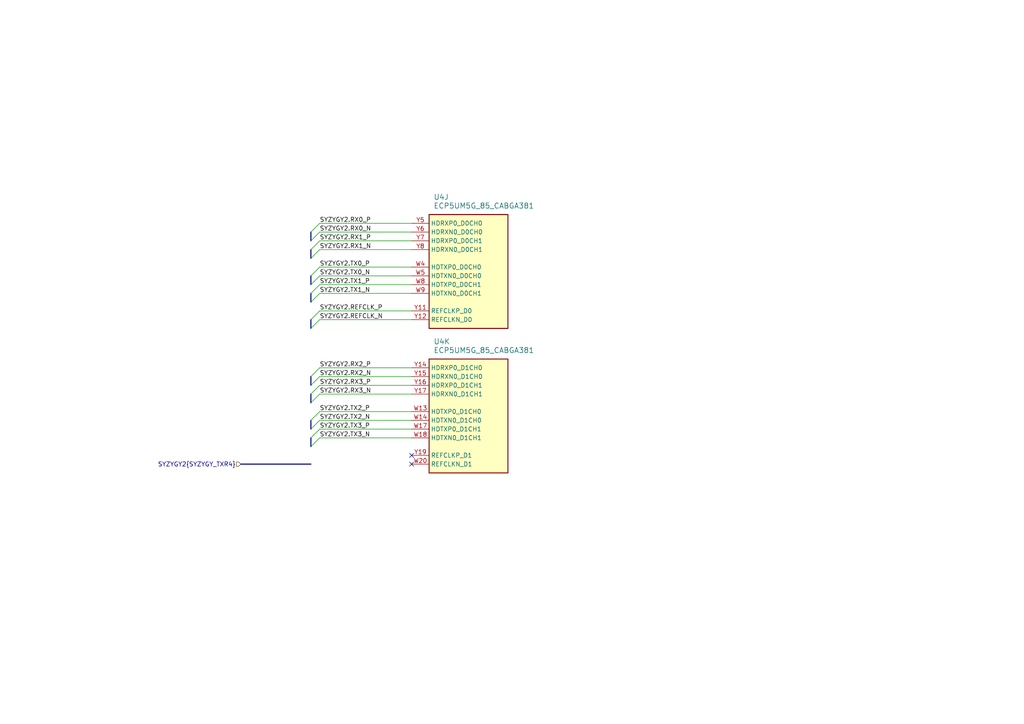
<source format=kicad_sch>
(kicad_sch (version 20200618) (host eeschema "5.99.0-unknown-73168a9~101~ubuntu18.04.1")
  (page 1 18)
  (paper "A4")
  (title_block (title "ButterStick") (date "2020-07-17") (rev "r1.0") (company "GsD") (comment 1 "Functional prototyping board for the Lattice ECP5."))
  (lib_symbols
    (symbol "gkl_lattice:ECP5UM5G_85_CABGA381"
      (property "Reference" "U" (at 3.81 6.35 0))
      (property "Value" "ECP5UM5G_85_CABGA381" (at 3.81 3.81 0))
      (symbol "ECP5UM5G_85_CABGA381_1_1"
        (rectangle (start 5.08 16.51) (end 43.18 -11.43) (stroke (width 0.3048)) (fill (type background)))
        (pin power_in line (at 40.64 -16.51 90) (length 5.08) (name "GND[85]") (number "B14"))
        (pin power_in line (at 40.64 -16.51 90) (length 5.08) (name "GND[85]") (number "B7"))
        (pin power_in line (at 40.64 -16.51 90) (length 5.08) (name "GND[85]") (number "C19"))
        (pin power_in line (at 40.64 -16.51 90) (length 5.08) (name "GND[85]") (number "D4"))
        (pin power_in line (at 40.64 -16.51 90) (length 5.08) (name "GND[85]") (number "F13"))
        (pin power_in line (at 40.64 -16.51 90) (length 5.08) (name "GND[85]") (number "F14"))
        (pin power_in line (at 17.78 21.59 270) (length 5.08) (name "VCCAUX[4]") (number "F15"))
        (pin power_in line (at 17.78 21.59 270) (length 5.08) (name "VCCAUX[4]") (number "F6"))
        (pin power_in line (at 40.64 -16.51 90) (length 5.08) (name "GND[85]") (number "F7"))
        (pin power_in line (at 40.64 -16.51 90) (length 5.08) (name "GND[85]") (number "F8"))
        (pin power_in line (at 40.64 -16.51 90) (length 5.08) (name "GND[85]") (number "G10"))
        (pin power_in line (at 40.64 -16.51 90) (length 5.08) (name "GND[85]") (number "G11"))
        (pin power_in line (at 40.64 -16.51 90) (length 5.08) (name "GND[85]") (number "G12"))
        (pin power_in line (at 40.64 -16.51 90) (length 5.08) (name "GND[85]") (number "G13"))
        (pin power_in line (at 40.64 -16.51 90) (length 5.08) (name "GND[85]") (number "G14"))
        (pin power_in line (at 40.64 -16.51 90) (length 5.08) (name "GND[85]") (number "G15"))
        (pin power_in line (at 40.64 -16.51 90) (length 5.08) (name "GND[85]") (number "G17"))
        (pin power_in line (at 40.64 -16.51 90) (length 5.08) (name "GND[85]") (number "G4"))
        (pin power_in line (at 40.64 -16.51 90) (length 5.08) (name "GND[85]") (number "G6"))
        (pin power_in line (at 40.64 -16.51 90) (length 5.08) (name "GND[85]") (number "G7"))
        (pin power_in line (at 40.64 -16.51 90) (length 5.08) (name "GND[85]") (number "G8"))
        (pin power_in line (at 40.64 -16.51 90) (length 5.08) (name "GND[85]") (number "G9"))
        (pin power_in line (at 40.64 21.59 270) (length 5.08) (name "VCC[20]") (number "H10"))
        (pin power_in line (at 40.64 21.59 270) (length 5.08) (name "VCC[20]") (number "H11"))
        (pin power_in line (at 40.64 21.59 270) (length 5.08) (name "VCC[20]") (number "H12"))
        (pin power_in line (at 40.64 21.59 270) (length 5.08) (name "VCC[20]") (number "H13"))
        (pin power_in line (at 40.64 -16.51 90) (length 5.08) (name "GND[85]") (number "H19"))
        (pin power_in line (at 40.64 21.59 270) (length 5.08) (name "VCC[20]") (number "H8"))
        (pin power_in line (at 40.64 21.59 270) (length 5.08) (name "VCC[20]") (number "H9"))
        (pin power_in line (at 40.64 -16.51 90) (length 5.08) (name "GND[85]") (number "J10"))
        (pin power_in line (at 40.64 -16.51 90) (length 5.08) (name "GND[85]") (number "J11"))
        (pin power_in line (at 40.64 -16.51 90) (length 5.08) (name "GND[85]") (number "J12"))
        (pin power_in line (at 40.64 21.59 270) (length 5.08) (name "VCC[20]") (number "J13"))
        (pin power_in line (at 40.64 -16.51 90) (length 5.08) (name "GND[85]") (number "J14"))
        (pin power_in line (at 40.64 -16.51 90) (length 5.08) (name "GND[85]") (number "J2"))
        (pin power_in line (at 40.64 -16.51 90) (length 5.08) (name "GND[85]") (number "J7"))
        (pin power_in line (at 40.64 21.59 270) (length 5.08) (name "VCC[20]") (number "J8"))
        (pin power_in line (at 40.64 -16.51 90) (length 5.08) (name "GND[85]") (number "J9"))
        (pin power_in line (at 40.64 -16.51 90) (length 5.08) (name "GND[85]") (number "K10"))
        (pin power_in line (at 40.64 -16.51 90) (length 5.08) (name "GND[85]") (number "K11"))
        (pin power_in line (at 40.64 -16.51 90) (length 5.08) (name "GND[85]") (number "K12"))
        (pin power_in line (at 40.64 21.59 270) (length 5.08) (name "VCC[20]") (number "K13"))
        (pin power_in line (at 40.64 -16.51 90) (length 5.08) (name "GND[85]") (number "K14"))
        (pin power_in line (at 40.64 -16.51 90) (length 5.08) (name "GND[85]") (number "K15"))
        (pin power_in line (at 40.64 -16.51 90) (length 5.08) (name "GND[85]") (number "K6"))
        (pin power_in line (at 40.64 -16.51 90) (length 5.08) (name "GND[85]") (number "K7"))
        (pin power_in line (at 40.64 21.59 270) (length 5.08) (name "VCC[20]") (number "K8"))
        (pin power_in line (at 40.64 -16.51 90) (length 5.08) (name "GND[85]") (number "K9"))
        (pin power_in line (at 40.64 -16.51 90) (length 5.08) (name "GND[85]") (number "L10"))
        (pin power_in line (at 40.64 -16.51 90) (length 5.08) (name "GND[85]") (number "L11"))
        (pin power_in line (at 40.64 -16.51 90) (length 5.08) (name "GND[85]") (number "L12"))
        (pin power_in line (at 40.64 21.59 270) (length 5.08) (name "VCC[20]") (number "L13"))
        (pin power_in line (at 40.64 21.59 270) (length 5.08) (name "VCC[20]") (number "L8"))
        (pin power_in line (at 40.64 -16.51 90) (length 5.08) (name "GND[85]") (number "L9"))
        (pin power_in line (at 40.64 -16.51 90) (length 5.08) (name "GND[85]") (number "M10"))
        (pin power_in line (at 40.64 -16.51 90) (length 5.08) (name "GND[85]") (number "M11"))
        (pin power_in line (at 40.64 -16.51 90) (length 5.08) (name "GND[85]") (number "M12"))
        (pin power_in line (at 40.64 21.59 270) (length 5.08) (name "VCC[20]") (number "M13"))
        (pin power_in line (at 40.64 -16.51 90) (length 5.08) (name "GND[85]") (number "M14"))
        (pin power_in line (at 40.64 -16.51 90) (length 5.08) (name "GND[85]") (number "M16"))
        (pin power_in line (at 40.64 -16.51 90) (length 5.08) (name "GND[85]") (number "M2"))
        (pin power_in line (at 40.64 -16.51 90) (length 5.08) (name "GND[85]") (number "M7"))
        (pin power_in line (at 40.64 21.59 270) (length 5.08) (name "VCC[20]") (number "M8"))
        (pin power_in line (at 40.64 -16.51 90) (length 5.08) (name "GND[85]") (number "M9"))
        (pin power_in line (at 40.64 21.59 270) (length 5.08) (name "VCC[20]") (number "N10"))
        (pin power_in line (at 40.64 21.59 270) (length 5.08) (name "VCC[20]") (number "N11"))
        (pin power_in line (at 40.64 21.59 270) (length 5.08) (name "VCC[20]") (number "N12"))
        (pin power_in line (at 40.64 21.59 270) (length 5.08) (name "VCC[20]") (number "N13"))
        (pin power_in line (at 40.64 -16.51 90) (length 5.08) (name "GND[85]") (number "N14"))
        (pin power_in line (at 40.64 -16.51 90) (length 5.08) (name "GND[85]") (number "N15"))
        (pin power_in line (at 40.64 -16.51 90) (length 5.08) (name "GND[85]") (number "N6"))
        (pin power_in line (at 40.64 -16.51 90) (length 5.08) (name "GND[85]") (number "N7"))
        (pin power_in line (at 40.64 21.59 270) (length 5.08) (name "VCC[20]") (number "N8"))
        (pin power_in line (at 40.64 21.59 270) (length 5.08) (name "VCC[20]") (number "N9"))
        (pin power_in line (at 40.64 -16.51 90) (length 5.08) (name "GND[85]") (number "P11"))
        (pin power_in line (at 40.64 -16.51 90) (length 5.08) (name "GND[85]") (number "P12"))
        (pin power_in line (at 40.64 -16.51 90) (length 5.08) (name "GND[85]") (number "P13"))
        (pin power_in line (at 40.64 -16.51 90) (length 5.08) (name "GND[85]") (number "P14"))
        (pin power_in line (at 17.78 21.59 270) (length 5.08) (name "VCCAUX[4]") (number "P15"))
        (pin power_in line (at 17.78 21.59 270) (length 5.08) (name "VCCAUX[4]") (number "P6"))
        (pin power_in line (at 40.64 -16.51 90) (length 5.08) (name "GND[85]") (number "P7"))
        (pin power_in line (at 40.64 -16.51 90) (length 5.08) (name "GND[85]") (number "P8"))
        (pin power_in line (at 40.64 -16.51 90) (length 5.08) (name "GND[85]") (number "R19"))
        (pin power_in line (at 35.56 21.59 270) (length 5.08) (name "VCCHTX1_D0CH1") (number "T10"))
        (pin power_in line (at 33.02 21.59 270) (length 5.08) (name "VCCHTX0_D1CH0") (number "T11"))
        (pin power_in line (at 22.86 21.59 270) (length 5.08) (name "VCCHRX0_D1CH0") (number "T12"))
        (pin power_in line (at 27.94 21.59 270) (length 5.08) (name "VCCHRX1_D1CH1") (number "T13"))
        (pin power_in line (at 38.1 21.59 270) (length 5.08) (name "VCCHTX1_D1CH1") (number "T14"))
        (pin power_in line (at 10.16 21.59 270) (length 5.08) (name "VCCA1[2]") (number "T15"))
        (pin power_in line (at 7.62 21.59 270) (length 5.08) (name "VCCA0[2]") (number "T6"))
        (pin power_in line (at 30.48 21.59 270) (length 5.08) (name "VCCHTX0_D0CH0") (number "T7"))
        (pin power_in line (at 20.32 21.59 270) (length 5.08) (name "VCCHRX0_D0CH0") (number "T8"))
        (pin power_in line (at 25.4 21.59 270) (length 5.08) (name "VCCHRX1_D0CH1") (number "T9"))
        (pin power_in line (at 40.64 -16.51 90) (length 5.08) (name "GND[85]") (number "U10"))
        (pin power_in line (at 40.64 -16.51 90) (length 5.08) (name "GND[85]") (number "U11"))
        (pin power_in line (at 40.64 -16.51 90) (length 5.08) (name "GND[85]") (number "U12"))
        (pin power_in line (at 40.64 -16.51 90) (length 5.08) (name "GND[85]") (number "U13"))
        (pin power_in line (at 40.64 -16.51 90) (length 5.08) (name "GND[85]") (number "U14"))
        (pin power_in line (at 10.16 21.59 270) (length 5.08) (name "VCCA1[2]") (number "U15"))
        (pin power_in line (at 7.62 21.59 270) (length 5.08) (name "VCCA0[2]") (number "U6"))
        (pin power_in line (at 40.64 -16.51 90) (length 5.08) (name "GND[85]") (number "U7"))
        (pin power_in line (at 40.64 -16.51 90) (length 5.08) (name "GND[85]") (number "U8"))
        (pin power_in line (at 40.64 -16.51 90) (length 5.08) (name "GND[85]") (number "U9"))
        (pin power_in line (at 12.7 21.59 270) (length 5.08) (name "VCCAUXA0[2]") (number "V10"))
        (pin power_in line (at 12.7 21.59 270) (length 5.08) (name "VCCAUXA0[2]") (number "V11"))
        (pin power_in line (at 40.64 -16.51 90) (length 5.08) (name "GND[85]") (number "V12"))
        (pin power_in line (at 40.64 -16.51 90) (length 5.08) (name "GND[85]") (number "V13"))
        (pin power_in line (at 40.64 -16.51 90) (length 5.08) (name "GND[85]") (number "V14"))
        (pin power_in line (at 40.64 -16.51 90) (length 5.08) (name "GND[85]") (number "V15"))
        (pin power_in line (at 40.64 -16.51 90) (length 5.08) (name "GND[85]") (number "V16"))
        (pin power_in line (at 15.24 21.59 270) (length 5.08) (name "VCCAUXA1[2]") (number "V17"))
        (pin power_in line (at 15.24 21.59 270) (length 5.08) (name "VCCAUXA1[2]") (number "V18"))
        (pin power_in line (at 40.64 -16.51 90) (length 5.08) (name "GND[85]") (number "V19"))
        (pin power_in line (at 40.64 -16.51 90) (length 5.08) (name "GND[85]") (number "V20"))
        (pin power_in line (at 40.64 -16.51 90) (length 5.08) (name "GND[85]") (number "V5"))
        (pin power_in line (at 40.64 -16.51 90) (length 5.08) (name "GND[85]") (number "V6"))
        (pin power_in line (at 40.64 -16.51 90) (length 5.08) (name "GND[85]") (number "V7"))
        (pin power_in line (at 40.64 -16.51 90) (length 5.08) (name "GND[85]") (number "V8"))
        (pin power_in line (at 40.64 -16.51 90) (length 5.08) (name "GND[85]") (number "V9"))
        (pin bidirectional line (at 0 0 0) (length 5.08) (name "RESERVED") (number "W10"))
        (pin bidirectional line (at 0 -2.54 0) (length 5.08) (name "RESERVED") (number "W11"))
        (pin power_in line (at 40.64 -16.51 90) (length 5.08) (name "GND[85]") (number "W12"))
        (pin power_in line (at 40.64 -16.51 90) (length 5.08) (name "GND[85]") (number "W15"))
        (pin power_in line (at 40.64 -16.51 90) (length 5.08) (name "GND[85]") (number "W16"))
        (pin power_in line (at 40.64 -16.51 90) (length 5.08) (name "GND[85]") (number "W19"))
        (pin power_in line (at 40.64 -16.51 90) (length 5.08) (name "GND[85]") (number "W6"))
        (pin power_in line (at 40.64 -16.51 90) (length 5.08) (name "GND[85]") (number "W7"))
      )
      (symbol "ECP5UM5G_85_CABGA381_2_1"
        (rectangle (start 5.08 2.54) (end 40.64 -68.58) (stroke (width 0.3048)) (fill (type background)))
        (pin bidirectional line (at 0 -58.42 0) (length 5.08) (name "PT63A/PCLKT0_1") (number "A10"))
        (pin bidirectional line (at 0 -60.96 0) (length 5.08) (name "PT63B/PCLKC0_1") (number "A11"))
        (pin bidirectional line (at 0 0 0) (length 5.08) (name "PT4A/ULC_GPLL1T_IN") (number "A6"))
        (pin bidirectional line (at 0 -30.48 0) (length 5.08) (name "PT18A") (number "A7"))
        (pin bidirectional line (at 0 -33.02 0) (length 5.08) (name "PT18B") (number "A8"))
        (pin bidirectional line (at 0 -53.34 0) (length 5.08) (name "PT60A/GR_PCLK0_1") (number "A9"))
        (pin bidirectional line (at 0 -55.88 0) (length 5.08) (name "PT60B/GR_PCLK0_0") (number "B10"))
        (pin bidirectional line (at 0 -63.5 0) (length 5.08) (name "PT65A/PCLKT0_0") (number "B11"))
        (pin bidirectional line (at 0 -2.54 0) (length 5.08) (name "PT4B/ULC_GPLL1C_IN") (number "B6"))
        (pin bidirectional line (at 0 -27.94 0) (length 5.08) (name "PT15B") (number "B8"))
        (pin bidirectional line (at 0 -48.26 0) (length 5.08) (name "PT58A") (number "B9"))
        (pin bidirectional line (at 0 -50.8 0) (length 5.08) (name "PT58B") (number "C10"))
        (pin bidirectional line (at 0 -66.04 0) (length 5.08) (name "PT65B/PCLKC0_0") (number "C11"))
        (pin bidirectional line (at 0 -15.24 0) (length 5.08) (name "PT11A") (number "C6"))
        (pin bidirectional line (at 0 -17.78 0) (length 5.08) (name "PT11B") (number "C7"))
        (pin bidirectional line (at 0 -25.4 0) (length 5.08) (name "PT15A") (number "C8"))
        (pin bidirectional line (at 0 -40.64 0) (length 5.08) (name "PT54A") (number "C9"))
        (pin bidirectional line (at 0 -43.18 0) (length 5.08) (name "PT56A") (number "D10"))
        (pin bidirectional line (at 0 -7.62 0) (length 5.08) (name "PT6B") (number "D6"))
        (pin bidirectional line (at 0 -12.7 0) (length 5.08) (name "PT9B") (number "D7"))
        (pin bidirectional line (at 0 -22.86 0) (length 5.08) (name "PT13B") (number "D8"))
        (pin bidirectional line (at 0 -35.56 0) (length 5.08) (name "PT20A") (number "D9"))
        (pin bidirectional line (at 0 -45.72 0) (length 5.08) (name "PT56B") (number "E10"))
        (pin bidirectional line (at 0 -5.08 0) (length 5.08) (name "PT6A") (number "E6"))
        (pin bidirectional line (at 0 -10.16 0) (length 5.08) (name "PT9A") (number "E7"))
        (pin bidirectional line (at 0 -20.32 0) (length 5.08) (name "PT13A") (number "E8"))
        (pin bidirectional line (at 0 -38.1 0) (length 5.08) (name "PT20B") (number "E9"))
        (pin power_in line (at 38.1 7.62 270) (length 5.08) (name "VCCIO0[2]") (number "F10"))
        (pin power_in line (at 38.1 7.62 270) (length 5.08) (name "VCCIO0[2]") (number "F9"))
      )
      (symbol "ECP5UM5G_85_CABGA381_3_1"
        (rectangle (start 5.08 2.54) (end 40.64 -83.82) (stroke (width 0.3048)) (fill (type background)))
        (pin bidirectional line (at 0 -15.24 0) (length 5.08) (name "PT76A") (number "A12"))
        (pin bidirectional line (at 0 -17.78 0) (length 5.08) (name "PT76B") (number "A13"))
        (pin bidirectional line (at 0 -30.48 0) (length 5.08) (name "PT83A") (number "A14"))
        (pin bidirectional line (at 0 -40.64 0) (length 5.08) (name "PT103A") (number "A15"))
        (pin bidirectional line (at 0 -53.34 0) (length 5.08) (name "PT110A") (number "A16"))
        (pin bidirectional line (at 0 -68.58 0) (length 5.08) (name "PT116A") (number "A17"))
        (pin bidirectional line (at 0 -73.66 0) (length 5.08) (name "PT119A") (number "A18"))
        (pin bidirectional line (at 0 -78.74 0) (length 5.08) (name "PT121A/URC_GPLL1T_IN") (number "A19"))
        (pin bidirectional line (at 0 -5.08 0) (length 5.08) (name "PT71A/PCLKT1_0") (number "B12"))
        (pin bidirectional line (at 0 -20.32 0) (length 5.08) (name "PT78A") (number "B13"))
        (pin bidirectional line (at 0 -43.18 0) (length 5.08) (name "PT105A") (number "B15"))
        (pin bidirectional line (at 0 -55.88 0) (length 5.08) (name "PT110B") (number "B16"))
        (pin bidirectional line (at 0 -63.5 0) (length 5.08) (name "PT114A") (number "B17"))
        (pin bidirectional line (at 0 -71.12 0) (length 5.08) (name "PT116B") (number "B18"))
        (pin bidirectional line (at 0 -76.2 0) (length 5.08) (name "PT119B") (number "B19"))
        (pin bidirectional line (at 0 -81.28 0) (length 5.08) (name "PT121B/URC_GPLL1C_IN") (number "B20"))
        (pin bidirectional line (at 0 -7.62 0) (length 5.08) (name "PT71B/PCLKC1_0") (number "C12"))
        (pin bidirectional line (at 0 -22.86 0) (length 5.08) (name "PT78B") (number "C13"))
        (pin bidirectional line (at 0 -33.02 0) (length 5.08) (name "PT83B") (number "C14"))
        (pin bidirectional line (at 0 -45.72 0) (length 5.08) (name "PT105B") (number "C15"))
        (pin bidirectional line (at 0 -58.42 0) (length 5.08) (name "PT112A") (number "C16"))
        (pin bidirectional line (at 0 -66.04 0) (length 5.08) (name "PT114B") (number "C17"))
        (pin bidirectional line (at 0 0 0) (length 5.08) (name "PT69A/PCLKT1_1") (number "D11"))
        (pin bidirectional line (at 0 -10.16 0) (length 5.08) (name "PT74A/GR_PCLK1_0") (number "D12"))
        (pin bidirectional line (at 0 -25.4 0) (length 5.08) (name "PT80A") (number "D13"))
        (pin bidirectional line (at 0 -35.56 0) (length 5.08) (name "PT85A") (number "D14"))
        (pin bidirectional line (at 0 -48.26 0) (length 5.08) (name "PT107A") (number "D15"))
        (pin bidirectional line (at 0 -60.96 0) (length 5.08) (name "PT112B") (number "D16"))
        (pin bidirectional line (at 0 -2.54 0) (length 5.08) (name "PT69B/PCLKC1_1") (number "E11"))
        (pin bidirectional line (at 0 -12.7 0) (length 5.08) (name "PT74B/GR_PCLK1_1") (number "E12"))
        (pin bidirectional line (at 0 -27.94 0) (length 5.08) (name "PT80B") (number "E13"))
        (pin bidirectional line (at 0 -38.1 0) (length 5.08) (name "PT85B") (number "E14"))
        (pin bidirectional line (at 0 -50.8 0) (length 5.08) (name "PT107B") (number "E15"))
        (pin power_in line (at 38.1 7.62 270) (length 5.08) (name "VCCIO1[2]") (number "F11"))
        (pin power_in line (at 38.1 7.62 270) (length 5.08) (name "VCCIO1[2]") (number "F12"))
      )
      (symbol "ECP5UM5G_85_CABGA381_4_1"
        (rectangle (start 5.08 2.54) (end 40.64 -86.36) (stroke (width 0.3048)) (fill (type background)))
        (pin bidirectional line (at 0 0 0) (length 5.08) (name "PR11A/URC_GPLL0T_IN/RDQ17") (number "C18"))
        (pin bidirectional line (at 0 -45.72 0) (length 5.08) (name "PR35A/RDQ41") (number "C20"))
        (pin bidirectional line (at 0 -2.54 0) (length 5.08) (name "PR11B/URC_GPLL0C_IN/RDQ17") (number "D17"))
        (pin bidirectional line (at 0 -10.16 0) (length 5.08) (name "PR14A/RDQ17") (number "D18"))
        (pin bidirectional line (at 0 -48.26 0) (length 5.08) (name "PR35B/RDQ41") (number "D19"))
        (pin bidirectional line (at 0 -50.8 0) (length 5.08) (name "PR35C/VREF1_2/RDQ41") (number "D20"))
        (pin bidirectional line (at 0 -5.08 0) (length 5.08) (name "PR11C/RDQ17") (number "E16"))
        (pin bidirectional line (at 0 -12.7 0) (length 5.08) (name "PR14B/RDQ17") (number "E17"))
        (pin bidirectional line (at 0 -15.24 0) (length 5.08) (name "PR14C/RDQ17") (number "E18"))
        (pin bidirectional line (at 0 -53.34 0) (length 5.08) (name "PR35D/RDQ41") (number "E19"))
        (pin bidirectional line (at 0 -55.88 0) (length 5.08) (name "PR38A/RDQ41") (number "E20"))
        (pin bidirectional line (at 0 -7.62 0) (length 5.08) (name "PR11D/RDQ17") (number "F16"))
        (pin bidirectional line (at 0 -20.32 0) (length 5.08) (name "PR17A/RDQS17") (number "F17"))
        (pin bidirectional line (at 0 -17.78 0) (length 5.08) (name "PR14D/RDQ17") (number "F18"))
        (pin bidirectional line (at 0 -58.42 0) (length 5.08) (name "PR38B/RDQ41") (number "F19"))
        (pin bidirectional line (at 0 -60.96 0) (length 5.08) (name "PR38C/RDQ41") (number "F20"))
        (pin bidirectional line (at 0 -25.4 0) (length 5.08) (name "PR17C/RDQ17") (number "G16"))
        (pin bidirectional line (at 0 -22.86 0) (length 5.08) (name "PR17B/RDQSN17") (number "G18"))
        (pin bidirectional line (at 0 -66.04 0) (length 5.08) (name "PR41A/GR_PCLK2_1/RDQS41") (number "G19"))
        (pin bidirectional line (at 0 -63.5 0) (length 5.08) (name "PR38D/RDQ41") (number "G20"))
        (pin power_in line (at 38.1 7.62 270) (length 5.08) (name "VCCIO2[3]") (number "H14"))
        (pin power_in line (at 38.1 7.62 270) (length 5.08) (name "VCCIO2[3]") (number "H15"))
        (pin bidirectional line (at 0 -27.94 0) (length 5.08) (name "PR17D/RDQ17") (number "H16"))
        (pin bidirectional line (at 0 -33.02 0) (length 5.08) (name "PR20B/RDQ17") (number "H17"))
        (pin bidirectional line (at 0 -30.48 0) (length 5.08) (name "PR20A/RDQ17") (number "H18"))
        (pin bidirectional line (at 0 -68.58 0) (length 5.08) (name "PR41B/RDQSN41") (number "H20"))
        (pin power_in line (at 38.1 7.62 270) (length 5.08) (name "VCCIO2[3]") (number "J15"))
        (pin bidirectional line (at 0 -38.1 0) (length 5.08) (name "PR20D/RDQ17") (number "J16"))
        (pin bidirectional line (at 0 -35.56 0) (length 5.08) (name "PR20C/RDQ17") (number "J17"))
        (pin bidirectional line (at 0 -71.12 0) (length 5.08) (name "PR41C/GR_PCLK2_0/RDQ41") (number "J18"))
        (pin bidirectional line (at 0 -76.2 0) (length 5.08) (name "PR44A/PCLKT2_1/RDQ41") (number "J19"))
        (pin bidirectional line (at 0 -81.28 0) (length 5.08) (name "PR44C/PCLKT2_0/RDQ41") (number "J20"))
        (pin bidirectional line (at 0 -40.64 0) (length 5.08) (name "PR29A/RDQS29") (number "K16"))
        (pin bidirectional line (at 0 -43.18 0) (length 5.08) (name "PR29B/RDQSN29") (number "K17"))
        (pin bidirectional line (at 0 -73.66 0) (length 5.08) (name "PR41D/RDQ41") (number "K18"))
        (pin bidirectional line (at 0 -78.74 0) (length 5.08) (name "PR44B/PCLKC2_1/RDQ41") (number "K19"))
        (pin bidirectional line (at 0 -83.82 0) (length 5.08) (name "PR44D/PCLKC2_0/RDQ41") (number "K20"))
      )
      (symbol "ECP5UM5G_85_CABGA381_5_1"
        (rectangle (start 5.08 2.54) (end 40.64 -83.82) (stroke (width 0.3048)) (fill (type background)))
        (pin power_in line (at 38.1 7.62 270) (length 5.08) (name "VCCIO3[3]") (number "L14"))
        (pin power_in line (at 38.1 7.62 270) (length 5.08) (name "VCCIO3[3]") (number "L15"))
        (pin bidirectional line (at 0 -10.16 0) (length 5.08) (name "PR50A/GR_PCLK3_0/RDQ53") (number "L16"))
        (pin bidirectional line (at 0 -12.7 0) (length 5.08) (name "PR50B/RDQ53") (number "L17"))
        (pin bidirectional line (at 0 -15.24 0) (length 5.08) (name "PR50C/GR_PCLK3_1/RDQ53") (number "L18"))
        (pin bidirectional line (at 0 -5.08 0) (length 5.08) (name "PR47C/PCLKT3_0/RDQ53") (number "L19"))
        (pin bidirectional line (at 0 0 0) (length 5.08) (name "PR47A/PCLKT3_1/RDQ53") (number "L20"))
        (pin power_in line (at 38.1 7.62 270) (length 5.08) (name "VCCIO3[3]") (number "M15"))
        (pin bidirectional line (at 0 -22.86 0) (length 5.08) (name "PR53B/RDQSN53") (number "M17"))
        (pin bidirectional line (at 0 -17.78 0) (length 5.08) (name "PR50D/RDQ53") (number "M18"))
        (pin bidirectional line (at 0 -7.62 0) (length 5.08) (name "PR47D/PCLKC3_0/RDQ53") (number "M19"))
        (pin bidirectional line (at 0 -2.54 0) (length 5.08) (name "PR47B/PCLKC3_1/RDQ53") (number "M20"))
        (pin bidirectional line (at 0 -20.32 0) (length 5.08) (name "PR53A/RDQS53") (number "N16"))
        (pin bidirectional line (at 0 -30.48 0) (length 5.08) (name "PR56A/RDQ53") (number "N17"))
        (pin bidirectional line (at 0 -25.4 0) (length 5.08) (name "PR53C/RDQ53") (number "N18"))
        (pin bidirectional line (at 0 -43.18 0) (length 5.08) (name "PR83A/RDQ89") (number "N19"))
        (pin bidirectional line (at 0 -45.72 0) (length 5.08) (name "PR83B/RDQ89") (number "N20"))
        (pin bidirectional line (at 0 -33.02 0) (length 5.08) (name "PR56B/VREF1_3/RDQ53") (number "P16"))
        (pin bidirectional line (at 0 -27.94 0) (length 5.08) (name "PR53D/RDQ53") (number "P17"))
        (pin bidirectional line (at 0 -50.8 0) (length 5.08) (name "PR83D/RDQ89") (number "P18"))
        (pin bidirectional line (at 0 -48.26 0) (length 5.08) (name "PR83C/RDQ89") (number "P19"))
        (pin bidirectional line (at 0 -53.34 0) (length 5.08) (name "PR86A/RDQ89") (number "P20"))
        (pin bidirectional line (at 0 -35.56 0) (length 5.08) (name "PR56C/RDQ53") (number "R16"))
        (pin bidirectional line (at 0 -38.1 0) (length 5.08) (name "PR56D/RDQ53") (number "R17"))
        (pin bidirectional line (at 0 -66.04 0) (length 5.08) (name "PR89B/RDQSN89") (number "R18"))
        (pin bidirectional line (at 0 -55.88 0) (length 5.08) (name "PR86B/RDQ89") (number "R20"))
        (pin bidirectional line (at 0 -40.64 0) (length 5.08) (name "PR77A/RDQS77") (number "T16"))
        (pin bidirectional line (at 0 -81.28 0) (length 5.08) (name "PR92D/LRC_GPLL0C_IN/RDQ89") (number "T17"))
        (pin bidirectional line (at 0 -71.12 0) (length 5.08) (name "PR89D/RDQ89") (number "T18"))
        (pin bidirectional line (at 0 -63.5 0) (length 5.08) (name "PR89A/RDQS89") (number "T19"))
        (pin bidirectional line (at 0 -58.42 0) (length 5.08) (name "PR86C/RDQ89") (number "T20"))
        (pin bidirectional line (at 0 -78.74 0) (length 5.08) (name "PR92C/LRC_GPLL0T_IN/RDQ89") (number "U16"))
        (pin bidirectional line (at 0 -76.2 0) (length 5.08) (name "PR92B/RDQ89") (number "U17"))
        (pin bidirectional line (at 0 -73.66 0) (length 5.08) (name "PR92A/RDQ89") (number "U18"))
        (pin bidirectional line (at 0 -68.58 0) (length 5.08) (name "PR89C/RDQ89") (number "U19"))
        (pin bidirectional line (at 0 -60.96 0) (length 5.08) (name "PR86D/RDQ89") (number "U20"))
      )
      (symbol "ECP5UM5G_85_CABGA381_6_1"
        (rectangle (start 5.08 2.54) (end 40.64 -83.82) (stroke (width 0.3048)) (fill (type background)))
        (pin bidirectional line (at 0 -2.54 0) (length 5.08) (name "PL47B/PCLKC6_1/LDQ53") (number "F1"))
        (pin bidirectional line (at 0 -7.62 0) (length 5.08) (name "PL47D/PCLKC6_0/LDQ53") (number "G1"))
        (pin bidirectional line (at 0 0 0) (length 5.08) (name "PL47A/PCLKT6_1/LDQ53") (number "G2"))
        (pin bidirectional line (at 0 -25.4 0) (length 5.08) (name "PL53C/LDQ53") (number "H1"))
        (pin bidirectional line (at 0 -5.08 0) (length 5.08) (name "PL47C/PCLKT6_0/LDQ53") (number "H2"))
        (pin bidirectional line (at 0 -22.86 0) (length 5.08) (name "PL53B/LDQSN53") (number "J1"))
        (pin bidirectional line (at 0 -15.24 0) (length 5.08) (name "PL50C/GR_PCLK6_1/LDQ53") (number "J3"))
        (pin bidirectional line (at 0 -10.16 0) (length 5.08) (name "PL50A/GR_PCLK6_0/LDQ53") (number "J4"))
        (pin bidirectional line (at 0 -12.7 0) (length 5.08) (name "PL50B/LDQ53") (number "J5"))
        (pin bidirectional line (at 0 -27.94 0) (length 5.08) (name "PL53D/LDQ53") (number "K1"))
        (pin bidirectional line (at 0 -20.32 0) (length 5.08) (name "PL53A/LDQS53") (number "K2"))
        (pin bidirectional line (at 0 -17.78 0) (length 5.08) (name "PL50D/LDQ53") (number "K3"))
        (pin bidirectional line (at 0 -30.48 0) (length 5.08) (name "PL56A/LDQ53") (number "K4"))
        (pin bidirectional line (at 0 -33.02 0) (length 5.08) (name "PL56B/VREF1_6/LDQ53") (number "K5"))
        (pin bidirectional line (at 0 -68.58 0) (length 5.08) (name "PL89C/LDQ89") (number "L1"))
        (pin bidirectional line (at 0 -60.96 0) (length 5.08) (name "PL86D/LDQ89") (number "L2"))
        (pin bidirectional line (at 0 -58.42 0) (length 5.08) (name "PL86C/LDQ89") (number "L3"))
        (pin bidirectional line (at 0 -35.56 0) (length 5.08) (name "PL56C/LDQ53") (number "L4"))
        (pin bidirectional line (at 0 -38.1 0) (length 5.08) (name "PL56D/LDQ53") (number "L5"))
        (pin power_in line (at 38.1 7.62 270) (length 5.08) (name "VCCIO6[3]") (number "L6"))
        (pin power_in line (at 38.1 7.62 270) (length 5.08) (name "VCCIO6[3]") (number "L7"))
        (pin bidirectional line (at 0 -66.04 0) (length 5.08) (name "PL89B/LDQSN89") (number "M1"))
        (pin bidirectional line (at 0 -55.88 0) (length 5.08) (name "PL86B/LDQ89") (number "M3"))
        (pin bidirectional line (at 0 -43.18 0) (length 5.08) (name "PL83A/LDQ89") (number "M4"))
        (pin bidirectional line (at 0 -40.64 0) (length 5.08) (name "PL77A/LDQS77") (number "M5"))
        (pin power_in line (at 38.1 7.62 270) (length 5.08) (name "VCCIO6[3]") (number "M6"))
        (pin bidirectional line (at 0 -71.12 0) (length 5.08) (name "PL89D/LDQ89") (number "N1"))
        (pin bidirectional line (at 0 -63.5 0) (length 5.08) (name "PL89A/LDQS89") (number "N2"))
        (pin bidirectional line (at 0 -53.34 0) (length 5.08) (name "PL86A/LDQ89") (number "N3"))
        (pin bidirectional line (at 0 -48.26 0) (length 5.08) (name "PL83C/LDQ89") (number "N4"))
        (pin bidirectional line (at 0 -45.72 0) (length 5.08) (name "PL83B/LDQ89") (number "N5"))
        (pin bidirectional line (at 0 -73.66 0) (length 5.08) (name "PL92A/LDQ89") (number "P1"))
        (pin bidirectional line (at 0 -76.2 0) (length 5.08) (name "PL92B/LDQ89") (number "P2"))
        (pin bidirectional line (at 0 -78.74 0) (length 5.08) (name "PL92C/LLC_GPLL0T_IN/LDQ89") (number "P3"))
        (pin bidirectional line (at 0 -81.28 0) (length 5.08) (name "PL92D/LLC_GPLL0C_IN/LDQ89") (number "P4"))
        (pin bidirectional line (at 0 -50.8 0) (length 5.08) (name "PL83D/LDQ89") (number "P5"))
      )
      (symbol "ECP5UM5G_85_CABGA381_7_1"
        (rectangle (start 5.08 2.54) (end 40.64 -81.28) (stroke (width 0.3048)) (fill (type background)))
        (pin bidirectional line (at 0 -40.64 0) (length 5.08) (name "PL35A/LDQ41") (number "A2"))
        (pin bidirectional line (at 0 -15.24 0) (length 5.08) (name "PL14C/LDQ17") (number "A3"))
        (pin bidirectional line (at 0 0 0) (length 5.08) (name "PL11A/ULC_GPLL0T_IN/LDQ17") (number "A4"))
        (pin bidirectional line (at 0 -2.54 0) (length 5.08) (name "PL11B/ULC_GPLL0C_IN/LDQ17") (number "A5"))
        (pin bidirectional line (at 0 -43.18 0) (length 5.08) (name "PL35B/LDQ41") (number "B1"))
        (pin bidirectional line (at 0 -45.72 0) (length 5.08) (name "PL35C/VREF1_7/LDQ41") (number "B2"))
        (pin bidirectional line (at 0 -17.78 0) (length 5.08) (name "PL14D/LDQ17") (number "B3"))
        (pin bidirectional line (at 0 -12.7 0) (length 5.08) (name "PL14B/LDQ17") (number "B4"))
        (pin bidirectional line (at 0 -5.08 0) (length 5.08) (name "PL11C/LDQ17") (number "B5"))
        (pin bidirectional line (at 0 -50.8 0) (length 5.08) (name "PL38A/LDQ41") (number "C1"))
        (pin bidirectional line (at 0 -48.26 0) (length 5.08) (name "PL35D/LDQ41") (number "C2"))
        (pin bidirectional line (at 0 -25.4 0) (length 5.08) (name "PL17C/LDQ17") (number "C3"))
        (pin bidirectional line (at 0 -10.16 0) (length 5.08) (name "PL14A/LDQ17") (number "C4"))
        (pin bidirectional line (at 0 -7.62 0) (length 5.08) (name "PL11D/LDQ17") (number "C5"))
        (pin bidirectional line (at 0 -53.34 0) (length 5.08) (name "PL38B/LDQ41") (number "D1"))
        (pin bidirectional line (at 0 -55.88 0) (length 5.08) (name "PL38C/LDQ41") (number "D2"))
        (pin bidirectional line (at 0 -27.94 0) (length 5.08) (name "PL17D/LDQ17") (number "D3"))
        (pin bidirectional line (at 0 -22.86 0) (length 5.08) (name "PL17B/LDQSN17") (number "D5"))
        (pin bidirectional line (at 0 -58.42 0) (length 5.08) (name "PL38D/LDQ41") (number "E1"))
        (pin bidirectional line (at 0 -78.74 0) (length 5.08) (name "PL44D/PCLKC7_0/LDQ41") (number "E2"))
        (pin bidirectional line (at 0 -33.02 0) (length 5.08) (name "PL20B/LDQ17") (number "E3"))
        (pin bidirectional line (at 0 -20.32 0) (length 5.08) (name "PL17A/LDQS17") (number "E4"))
        (pin bidirectional line (at 0 -35.56 0) (length 5.08) (name "PL20C/LDQ17") (number "E5"))
        (pin bidirectional line (at 0 -76.2 0) (length 5.08) (name "PL44C/PCLKT7_0/LDQ41") (number "F2"))
        (pin bidirectional line (at 0 -73.66 0) (length 5.08) (name "PL44B/PCLKC7_1/LDQ41") (number "F3"))
        (pin bidirectional line (at 0 -30.48 0) (length 5.08) (name "PL20A/LDQ17") (number "F4"))
        (pin bidirectional line (at 0 -38.1 0) (length 5.08) (name "PL20D/LDQ17") (number "F5"))
        (pin bidirectional line (at 0 -71.12 0) (length 5.08) (name "PL44A/PCLKT7_1/LDQ41") (number "G3"))
        (pin bidirectional line (at 0 -63.5 0) (length 5.08) (name "PL41B/LDQSN41") (number "G5"))
        (pin bidirectional line (at 0 -68.58 0) (length 5.08) (name "PL41D/LDQ41") (number "H3"))
        (pin bidirectional line (at 0 -60.96 0) (length 5.08) (name "PL41A/GR_PCLK7_1/LDQS41") (number "H4"))
        (pin bidirectional line (at 0 -66.04 0) (length 5.08) (name "PL41C/GR_PCLK7_0/LDQ41") (number "H5"))
        (pin power_in line (at 38.1 7.62 270) (length 5.08) (name "VCCIO7[3]") (number "H6"))
        (pin power_in line (at 38.1 7.62 270) (length 5.08) (name "VCCIO7[3]") (number "H7"))
        (pin power_in line (at 38.1 7.62 270) (length 5.08) (name "VCCIO7[3]") (number "J6"))
      )
      (symbol "ECP5UM5G_85_CABGA381_8_1"
        (rectangle (start 5.08 2.54) (end 45.72 -50.8) (stroke (width 0.3048)) (fill (type background)))
        (pin power_in line (at 43.18 7.62 270) (length 5.08) (name "VCCIO8[2]") (number "P10"))
        (pin power_in line (at 43.18 7.62 270) (length 5.08) (name "VCCIO8[2]") (number "P9"))
        (pin bidirectional line (at 0 -15.24 0) (length 5.08) (name "PB4A/D7/IO7") (number "R1"))
        (pin bidirectional line (at 0 -40.64 0) (length 5.08) (name "PB15A/HOLDN/DI/BUSY/CSSPIN/CEN") (number "R2"))
        (pin bidirectional line (at 0 -43.18 0) (length 5.08) (name "PB15B/DOUT/CSON") (number "R3"))
        (pin bidirectional line (at 0 -7.62 0) (length 5.08) (name "CFG_2") (number "R4"))
        (pin bidirectional line (at 0 -17.78 0) (length 5.08) (name "PB4B/D6/IO6") (number "T1"))
        (pin bidirectional line (at 0 -35.56 0) (length 5.08) (name "PB13A/SN/CSN") (number "T2"))
        (pin bidirectional line (at 0 -45.72 0) (length 5.08) (name "PB18A/WRITEN") (number "T3"))
        (pin bidirectional line (at 0 -5.08 0) (length 5.08) (name "CFG_1") (number "T4"))
        (pin bidirectional line (at 0 -20.32 0) (length 5.08) (name "PB6A/D5/MISO2/IO5") (number "U1"))
        (pin bidirectional line (at 0 -38.1 0) (length 5.08) (name "PB13B/CS1N") (number "U2"))
        (pin bidirectional line (at 0 0 0) (length 5.08) (name "CCLK/MCLK/SCK") (number "U3"))
        (pin bidirectional line (at 0 -2.54 0) (length 5.08) (name "CFG_0") (number "U4"))
        (pin bidirectional line (at 0 -22.86 0) (length 5.08) (name "PB6B/D4/MOSI2/IO4") (number "V1"))
        (pin bidirectional line (at 0 -30.48 0) (length 5.08) (name "PB11A/D1/MISO/IO1") (number "V2"))
        (pin bidirectional line (at 0 -12.7 0) (length 5.08) (name "INITN") (number "V3"))
        (pin bidirectional line (at 0 -25.4 0) (length 5.08) (name "PB9A/D3/IO3") (number "W1"))
        (pin bidirectional line (at 0 -33.02 0) (length 5.08) (name "PB11B/D0/MOSI/IO0") (number "W2"))
        (pin bidirectional line (at 0 -48.26 0) (length 5.08) (name "PROGRAMN") (number "W3"))
        (pin bidirectional line (at 0 -27.94 0) (length 5.08) (name "PB9B/D2/IO2") (number "Y2"))
        (pin bidirectional line (at 0 -10.16 0) (length 5.08) (name "DONE") (number "Y3"))
      )
      (symbol "ECP5UM5G_85_CABGA381_9_1"
        (rectangle (start 5.08 2.54) (end 12.7 -10.16) (stroke (width 0.3048)) (fill (type background)))
        (pin bidirectional line (at 0 -2.54 0) (length 5.08) (name "TDI") (number "R5"))
        (pin bidirectional line (at 0 0 0) (length 5.08) (name "TCK") (number "T5"))
        (pin bidirectional line (at 0 -7.62 0) (length 5.08) (name "TMS") (number "U5"))
        (pin bidirectional line (at 0 -5.08 0) (length 5.08) (name "TDO") (number "V4"))
      )
      (symbol "ECP5UM5G_85_CABGA381_10_1"
        (rectangle (start 5.08 5.08) (end 27.94 -27.94) (stroke (width 0.3048)) (fill (type background)))
        (pin bidirectional line (at 0 -10.16 0) (length 5.08) (name "HDTXP0_D0CH0") (number "W4"))
        (pin bidirectional line (at 0 -12.7 0) (length 5.08) (name "HDTXN0_D0CH0") (number "W5"))
        (pin bidirectional line (at 0 -15.24 0) (length 5.08) (name "HDTXP0_D0CH1") (number "W8"))
        (pin bidirectional line (at 0 -17.78 0) (length 5.08) (name "HDTXN0_D0CH1") (number "W9"))
        (pin bidirectional line (at 0 -22.86 0) (length 5.08) (name "REFCLKP_D0") (number "Y11"))
        (pin bidirectional line (at 0 -25.4 0) (length 5.08) (name "REFCLKN_D0") (number "Y12"))
        (pin bidirectional line (at 0 2.54 0) (length 5.08) (name "HDRXP0_D0CH0") (number "Y5"))
        (pin bidirectional line (at 0 0 0) (length 5.08) (name "HDRXN0_D0CH0") (number "Y6"))
        (pin bidirectional line (at 0 -2.54 0) (length 5.08) (name "HDRXP0_D0CH1") (number "Y7"))
        (pin bidirectional line (at 0 -5.08 0) (length 5.08) (name "HDRXN0_D0CH1") (number "Y8"))
      )
      (symbol "ECP5UM5G_85_CABGA381_11_1"
        (rectangle (start 5.08 5.08) (end 27.94 -27.94) (stroke (width 0.3048)) (fill (type background)))
        (pin bidirectional line (at 0 -10.16 0) (length 5.08) (name "HDTXP0_D1CH0") (number "W13"))
        (pin bidirectional line (at 0 -12.7 0) (length 5.08) (name "HDTXN0_D1CH0") (number "W14"))
        (pin bidirectional line (at 0 -15.24 0) (length 5.08) (name "HDTXP0_D1CH1") (number "W17"))
        (pin bidirectional line (at 0 -17.78 0) (length 5.08) (name "HDTXN0_D1CH1") (number "W18"))
        (pin bidirectional line (at 0 -25.4 0) (length 5.08) (name "REFCLKN_D1") (number "W20"))
        (pin bidirectional line (at 0 2.54 0) (length 5.08) (name "HDRXP0_D1CH0") (number "Y14"))
        (pin bidirectional line (at 0 0 0) (length 5.08) (name "HDRXN0_D1CH0") (number "Y15"))
        (pin bidirectional line (at 0 -2.54 0) (length 5.08) (name "HDRXP0_D1CH1") (number "Y16"))
        (pin bidirectional line (at 0 -5.08 0) (length 5.08) (name "HDRXN0_D1CH1") (number "Y17"))
        (pin bidirectional line (at 0 -22.86 0) (length 5.08) (name "REFCLKP_D1") (number "Y19"))
      )
    )
  )
  (no_connect (at 119.38 132.08))
  (no_connect (at 119.38 134.62))
  (bus_entry (at 90.17 67.31) (size 2.54 -2.54) (stroke (width 0.1524)))
  (bus_entry (at 90.17 69.85) (size 2.54 -2.54) (stroke (width 0.1524)))
  (bus_entry (at 90.17 72.39) (size 2.54 -2.54) (stroke (width 0.1524)))
  (bus_entry (at 90.17 74.93) (size 2.54 -2.54) (stroke (width 0.1524)))
  (bus_entry (at 90.17 80.01) (size 2.54 -2.54) (stroke (width 0.1524)))
  (bus_entry (at 90.17 82.55) (size 2.54 -2.54) (stroke (width 0.1524)))
  (bus_entry (at 90.17 85.09) (size 2.54 -2.54) (stroke (width 0.1524)))
  (bus_entry (at 90.17 87.63) (size 2.54 -2.54) (stroke (width 0.1524)))
  (bus_entry (at 90.17 92.71) (size 2.54 -2.54) (stroke (width 0.1524)))
  (bus_entry (at 90.17 95.25) (size 2.54 -2.54) (stroke (width 0.1524)))
  (bus_entry (at 90.17 109.22) (size 2.54 -2.54) (stroke (width 0.1524)))
  (bus_entry (at 90.17 111.76) (size 2.54 -2.54) (stroke (width 0.1524)))
  (bus_entry (at 90.17 114.3) (size 2.54 -2.54) (stroke (width 0.1524)))
  (bus_entry (at 90.17 116.84) (size 2.54 -2.54) (stroke (width 0.1524)))
  (bus_entry (at 90.17 121.92) (size 2.54 -2.54) (stroke (width 0.1524)))
  (bus_entry (at 90.17 124.46) (size 2.54 -2.54) (stroke (width 0.1524)))
  (bus_entry (at 90.17 127) (size 2.54 -2.54) (stroke (width 0.1524)))
  (bus_entry (at 90.17 129.54) (size 2.54 -2.54) (stroke (width 0.1524)))
  (wire (pts (xy 92.71 64.77) (xy 119.38 64.77)))
  (wire (pts (xy 92.71 67.31) (xy 119.38 67.31)))
  (wire (pts (xy 92.71 69.85) (xy 119.38 69.85)))
  (wire (pts (xy 92.71 72.39) (xy 119.38 72.39)))
  (wire (pts (xy 92.71 90.17) (xy 119.38 90.17)))
  (wire (pts (xy 92.71 92.71) (xy 119.38 92.71)))
  (wire (pts (xy 92.71 106.68) (xy 119.38 106.68)))
  (wire (pts (xy 92.71 109.22) (xy 119.38 109.22)))
  (wire (pts (xy 92.71 111.76) (xy 119.38 111.76)))
  (wire (pts (xy 92.71 114.3) (xy 119.38 114.3)))
  (wire (pts (xy 119.38 77.47) (xy 92.71 77.47)))
  (wire (pts (xy 119.38 80.01) (xy 92.71 80.01)))
  (wire (pts (xy 119.38 82.55) (xy 92.71 82.55)))
  (wire (pts (xy 119.38 85.09) (xy 92.71 85.09)))
  (wire (pts (xy 119.38 119.38) (xy 92.71 119.38)))
  (wire (pts (xy 119.38 121.92) (xy 92.71 121.92)))
  (wire (pts (xy 119.38 124.46) (xy 92.71 124.46)))
  (wire (pts (xy 119.38 127) (xy 92.71 127)))
  (bus (pts (xy 69.85 134.62) (xy 90.17 134.62)))
  (bus (pts (xy 90.17 67.31) (xy 90.17 72.39)))
  (bus (pts (xy 90.17 72.39) (xy 90.17 80.01)))
  (bus (pts (xy 90.17 80.01) (xy 90.17 85.09)))
  (bus (pts (xy 90.17 85.09) (xy 90.17 92.71)))
  (bus (pts (xy 90.17 92.71) (xy 90.17 109.22)))
  (bus (pts (xy 90.17 109.22) (xy 90.17 114.3)))
  (bus (pts (xy 90.17 114.3) (xy 90.17 121.92)))
  (bus (pts (xy 90.17 121.92) (xy 90.17 127)))
  (bus (pts (xy 90.17 127) (xy 90.17 134.62)))
  (label "SYZYGY2.RX0_P" (at 92.71 64.77 0))
  (label "SYZYGY2.RX0_N" (at 92.71 67.31 0))
  (label "SYZYGY2.RX1_P" (at 92.71 69.85 0))
  (label "SYZYGY2.RX1_N" (at 92.71 72.39 0))
  (label "SYZYGY2.TX0_P" (at 92.71 77.47 0))
  (label "SYZYGY2.TX0_N" (at 92.71 80.01 0))
  (label "SYZYGY2.TX1_P" (at 92.71 82.55 0))
  (label "SYZYGY2.TX1_N" (at 92.71 85.09 0))
  (label "SYZYGY2.REFCLK_P" (at 92.71 90.17 0))
  (label "SYZYGY2.REFCLK_N" (at 92.71 92.71 0))
  (label "SYZYGY2.RX2_P" (at 92.71 106.68 0))
  (label "SYZYGY2.RX2_N" (at 92.71 109.22 0))
  (label "SYZYGY2.RX3_P" (at 92.71 111.76 0))
  (label "SYZYGY2.RX3_N" (at 92.71 114.3 0))
  (label "SYZYGY2.TX2_P" (at 92.71 119.38 0))
  (label "SYZYGY2.TX2_N" (at 92.71 121.92 0))
  (label "SYZYGY2.TX3_P" (at 92.71 124.46 0))
  (label "SYZYGY2.TX3_N" (at 92.71 127 0))
  (hierarchical_label "SYZYGY2{SYZYGY_TXR4}" (shape input) (at 69.85 134.62 180))
  (symbol (lib_id "gkl_lattice:ECP5UM5G_85_CABGA381") (at 119.38 67.31 0) (unit 10)
    (property "Reference" "U4" (at 125.73 57.15 0) (effects (font (size 1.524 1.524)) (justify left)))
    (property "Value" "ECP5UM5G_85_CABGA381" (at 125.73 59.69 0) (effects (font (size 1.524 1.524)) (justify left)))
    (property "Footprint" "gkl_housings_bga:caBGA_381_17x17" (effects hide))
    (property "Mfg" "Lattice Semiconductor Corporation" (effects hide))
    (property "PN" "LFE5UM5G-85F-8BG381C" (effects hide))
  )
  (symbol (lib_id "gkl_lattice:ECP5UM5G_85_CABGA381") (at 119.38 109.22 0) (unit 11)
    (property "Reference" "U4" (at 125.73 99.06 0) (effects (font (size 1.524 1.524)) (justify left)))
    (property "Value" "ECP5UM5G_85_CABGA381" (at 125.73 101.6 0) (effects (font (size 1.524 1.524)) (justify left)))
    (property "Footprint" "gkl_housings_bga:caBGA_381_17x17" (effects hide))
    (property "Mfg" "Lattice Semiconductor Corporation" (effects hide))
    (property "PN" "LFE5UM5G-85F-8BG381C" (effects hide))
  )
)
</source>
